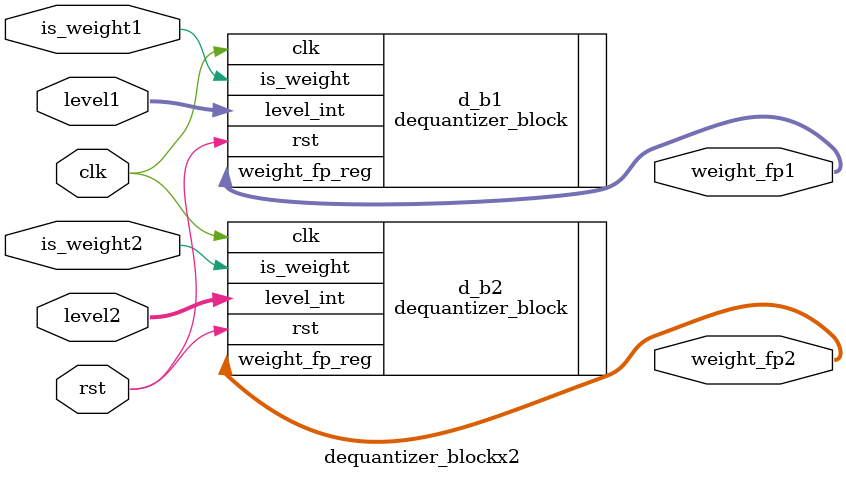
<source format=v>
module dequantizer_blockx2 (
	input clk, rst,
	input [31:0] level1, level2,
	input is_weight1, is_weight2,
	output [31:0] weight_fp1, weight_fp2
);
		dequantizer_block d_b1 (
        .clk(clk),
        .rst(rst),
        .level_int(level1),
        .is_weight(is_weight1),
        .weight_fp_reg(weight_fp1)
      );

		 dequantizer_block d_b2 (
        .clk(clk),
        .rst(rst),
        .level_int(level2),
        .is_weight(is_weight2),
        .weight_fp_reg(weight_fp2)
      );

endmodule
</source>
